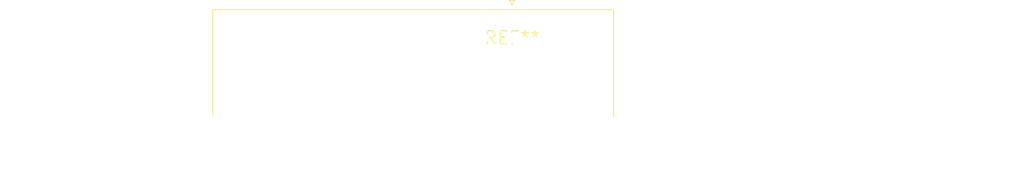
<source format=kicad_pcb>
(kicad_pcb (version 20240108) (generator pcbnew)
  (layers (0 "F.Cu" signal) (31 "B.Cu" signal) (34 "B.Paste" user) (35 "F.Paste" user) (36 "B.SilkS" user "B.Silkscreen") (37 "F.SilkS" user "F.Silkscreen") (38 "B.Mask" user) (39 "F.Mask" user) (44 "Edge.Cuts" user))
  (net 0 "")
  (footprint "DSUB-15_Female_Horizontal_P2.77x2.84mm_EdgePinOffset4.94mm_Housed_MountingHolesOffset7.48mm" (layer "F.Cu") (at 0 0)
    (property "Reference" "REF**")
    (property "Value" "DSUB-15_Female_Horizontal_P2.77x2.84mm_EdgePinOffset4.94mm_Housed_MountingHolesOffset7.48mm")
    (fp_line (start -29.355 -2.76) (end 9.965 -2.76) (layer "F.SilkS") (stroke (width 0.12)))
    (fp_line (start -29.355 7.72) (end -29.355 -2.76) (layer "F.SilkS") (stroke (width 0.12)))
    (fp_line (start -0.25 -3.654338) (end 0.25 -3.654338) (layer "F.SilkS") (stroke (width 0.12)))
    (fp_line (start 0 -3.221325) (end -0.25 -3.654338) (layer "F.SilkS") (stroke (width 0.12)))
    (fp_line (start 0.25 -3.654338) (end 0 -3.221325) (layer "F.SilkS") (stroke (width 0.12)))
    (fp_line (start 9.965 -2.76) (end 9.965 7.72) (layer "F.SilkS") (stroke (width 0.12)))
    (pad "0" thru_hole circle (at -26.345 0.3) (size 4 4) (drill 3.2) (layers *.Cu *.Mask) (remove_unused_layers))
    (pad "0" thru_hole circle (at 6.955 0.3) (size 4 4) (drill 3.2) (layers *.Cu *.Mask) (remove_unused_layers))
    (pad "1" thru_hole rect (at 0 0) (size 1.6 1.6) (drill 1) (layers *.Cu *.Mask) (remove_unused_layers))
    (pad "2" thru_hole circle (at -2.77 0) (size 1.6 1.6) (drill 1) (layers *.Cu *.Mask) (remove_unused_layers))
    (pad "3" thru_hole circle (at -5.54 0) (size 1.6 1.6) (drill 1) (layers *.Cu *.Mask) (remove_unused_layers))
    (pad "4" thru_hole circle (at -8.31 0) (size 1.6 1.6) (drill 1) (layers *.Cu *.Mask) (remove_unused_layers))
    (pad "5" thru_hole circle (at -11.08 0) (size 1.6 1.6) (drill 1) (layers *.Cu *.Mask) (remove_unused_layers))
    (pad "6" thru_hole circle (at -13.85 0) (size 1.6 1.6) (drill 1) (layers *.Cu *.Mask) (remove_unused_layers))
    (pad "7" thru_hole circle (at -16.62 0) (size 1.6 1.6) (drill 1) (layers *.Cu *.Mask) (remove_unused_layers))
    (pad "8" thru_hole circle (at -19.39 0) (size 1.6 1.6) (drill 1) (layers *.Cu *.Mask) (remove_unused_layers))
    (pad "9" thru_hole circle (at -1.385 2.84) (size 1.6 1.6) (drill 1) (layers *.Cu *.Mask) (remove_unused_layers))
    (pad "10" thru_hole circle (at -4.155 2.84) (size 1.6 1.6) (drill 1) (layers *.Cu *.Mask) (remove_unused_layers))
    (pad "11" thru_hole circle (at -6.925 2.84) (size 1.6 1.6) (drill 1) (layers *.Cu *.Mask) (remove_unused_layers))
    (pad "12" thru_hole circle (at -9.695 2.84) (size 1.6 1.6) (drill 1) (layers *.Cu *.Mask) (remove_unused_layers))
    (pad "13" thru_hole circle (at -12.465 2.84) (size 1.6 1.6) (drill 1) (layers *.Cu *.Mask) (remove_unused_layers))
    (pad "14" thru_hole circle (at -15.235 2.84) (size 1.6 1.6) (drill 1) (layers *.Cu *.Mask) (remove_unused_layers))
    (pad "15" thru_hole circle (at -18.005 2.84) (size 1.6 1.6) (drill 1) (layers *.Cu *.Mask) (remove_unused_layers))
  )
)
</source>
